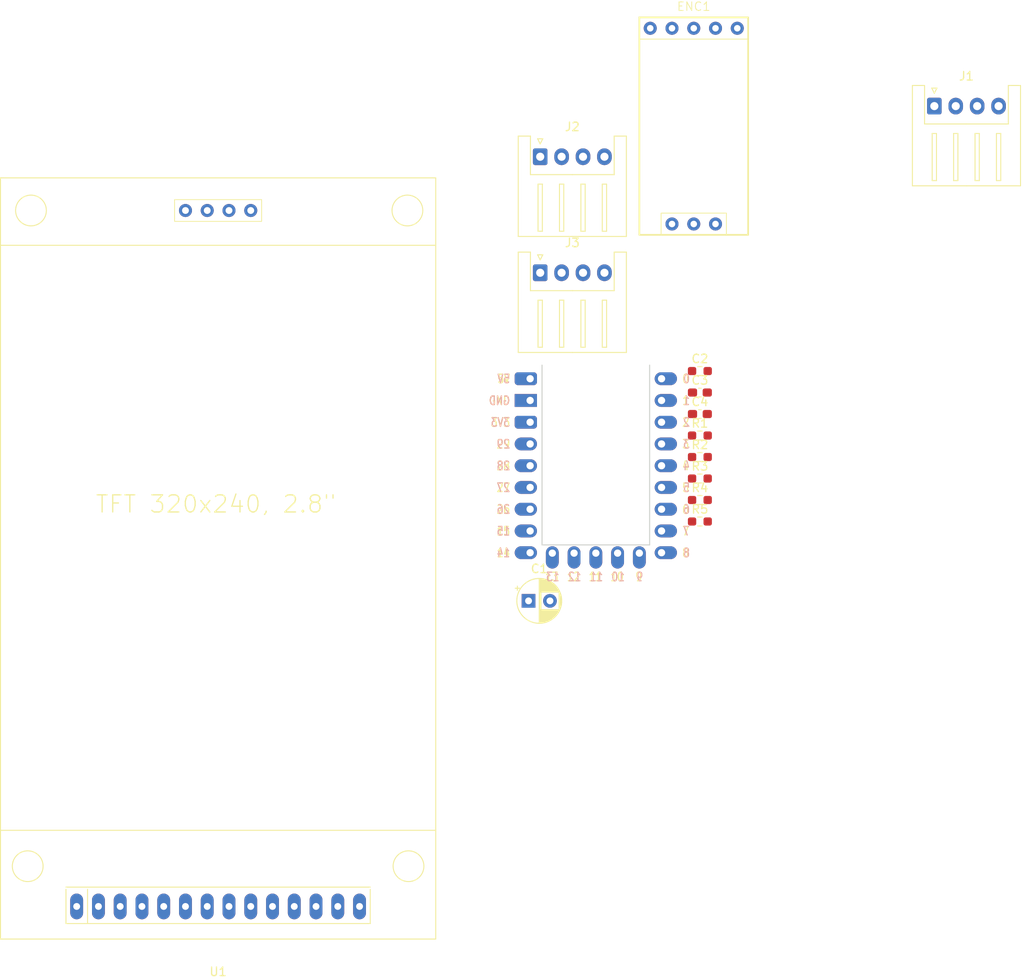
<source format=kicad_pcb>
(kicad_pcb (version 20221018) (generator pcbnew)
  (layers (0 "F.Cu" signal) (31 "B.Cu" signal) (34 "B.Paste" user) (35 "F.Paste" user) (36 "B.SilkS" user "B.Silkscreen") (37 "F.SilkS" user "F.Silkscreen") (38 "B.Mask" user) (39 "F.Mask" user) (44 "Edge.Cuts" user))
  (net 0 "")
  (net 1 "GND")
  (net 2 "+5V")
  (net 3 "/ENC_A")
  (net 4 "/ENC_B")
  (net 5 "Net-(ENC1-RED)")
  (net 6 "Net-(ENC1-GREEN)")
  (net 7 "/SW")
  (net 8 "Net-(ENC1-BLUE)")
  (net 9 "+3.3V")
  (net 10 "/RX")
  (net 11 "/TX")
  (net 12 "/neopi_in")
  (net 13 "Net-(J2-Pin_4)")
  (net 15 "/LED_R")
  (net 16 "/LED_G")
  (net 17 "/LED_B")
  (net 18 "/CS_TFT")
  (net 19 "/RESET")
  (net 20 "/D{slash}C")
  (net 21 "/MOSI")
  (net 22 "/SCK")
  (net 23 "/MISO")
  (net 24 "/CS_Touch")
  (net 26 "/CS_SD")
  (footprint "Resistor_SMD:R_0603_1608Metric_Pad0.98x0.95mm_HandSolder" (layer "F.Cu") (at 107.0375 73.526)
    (fp_text reference "R1" (at 0 -1.43) (layer "F.SilkS"))
    (fp_text value "R_Small")
    (fp_line (start -0.254724 -0.5225) (end 0.254724 -0.5225) (stroke (width 0.12)) (layer "F.SilkS"))
    (fp_line (start -0.254724 0.5225) (end 0.254724 0.5225) (stroke (width 0.12)) (layer "F.SilkS"))
    (pad "1" smd roundrect (at -0.9125 0) (size 0.975 0.95) (layers "F.Cu" "F.Paste" "F.Mask") (net 15 "/LED_R"))
    (pad "2" smd roundrect (at 0.9125 0) (size 0.975 0.95) (layers "F.Cu" "F.Paste" "F.Mask") (net 5 "Net-(ENC1-RED)"))
  )
  (footprint "isw-kbd:RP2040-Zero-THT" (layer "F.Cu") (at 94.8925 77.051)
    (fp_text reference "U2" hide)
    (fp_text value "RP2040-Zero" hide)
    (fp_text user "2" (at 11.06 -4.47825 unlocked) (layer "B.SilkS") (effects (font (size 1 0.8)) (justify left bottom mirror)))
    (fp_text user "27" (at -9.931905 3.14175 unlocked) (layer "B.SilkS") (effects (font (size 1 0.8)) (justify left bottom mirror)))
    (fp_text user "5V" (at -9.931905 -9.55825 unlocked) (layer "B.SilkS") (effects (font (size 1 0.8)) (justify left bottom mirror)))
    (fp_text user "14" (at -9.931905 10.76175 unlocked) (layer "B.SilkS") (effects (font (size 1 0.8)) (justify left bottom mirror)))
    (fp_text user "15" (at -9.931905 8.22175 unlocked) (layer "B.SilkS") (effects (font (size 1 0.8)) (justify left bottom mirror)))
    (fp_text user "28" (at -9.931905 0.60175 unlocked) (layer "B.SilkS") (effects (font (size 1 0.8)) (justify left bottom mirror)))
    (fp_text user "9" (at 5.605953 13.5635 unlocked) (layer "B.SilkS") (effects (font (size 1 0.8)) (justify left bottom mirror)))
    (fp_text user "13" (at -4.173095 13.5635 unlocked) (layer "B.SilkS") (effects (font (size 1 0.8)) (justify left bottom mirror)))
    (fp_text user "26" (at -9.931905 5.68175 unlocked) (layer "B.SilkS") (effects (font (size 1 0.8)) (justify left bottom mirror)))
    (fp_text user "3V3" (at -9.931905 -4.47825 unlocked) (layer "B.SilkS") (effects (font (size 1 0.8)) (justify left bottom mirror)))
    (fp_text user "10" (at 3.46 13.5635 unlocked) (layer "B.SilkS") (effects (font (size 1 0.8)) (justify left bottom mirror)))
    (fp_text user "1" (at 11.06 -7.01825 unlocked) (layer "B.SilkS") (effects (font (size 1 0.8)) (justify left bottom mirror)))
    (fp_text user "11" (at 0.92 13.5635 unlocked) (layer "B.SilkS") (effects (font (size 1 0.8)) (justify left bottom mirror)))
    (fp_text user "8" (at 11.06 10.76175 unlocked) (layer "B.SilkS") (effects (font (size 1 0.8)) (justify left bottom mirror)))
    (fp_text user "29" (at -9.931905 -1.93825 unlocked) (layer "B.SilkS") (effects (font (size 1 0.8)) (justify left bottom mirror)))
    (fp_text user "GND" (at -9.931905 -7.01825 unlocked) (layer "B.SilkS") (effects (font (size 1 0.8)) (justify left bottom mirror)))
    (fp_text user "12" (at -1.62 13.5635 unlocked) (layer "B.SilkS") (effects (font (size 1 0.8)) (justify left bottom mirror)))
    (fp_text user "6" (at 11.06 5.68175 unlocked) (layer "B.SilkS") (effects (font (size 1 0.8)) (justify left bottom mirror)))
    (fp_text user "0" (at 11.06 -9.55825 unlocked) (layer "B.SilkS") (effects (font (size 1 0.8)) (justify left bottom mirror)))
    (fp_text user "7" (at 11.06 8.22175 unlocked) (layer "B.SilkS") (effects (font (size 1 0.8)) (justify left bottom mirror)))
    (fp_text user "5" (at 11.06 3.14175 unlocked) (layer "B.SilkS") (effects (font (size 1 0.8)) (justify left bottom mirror)))
    (fp_text user "3" (at 11.06 -1.93825 unlocked) (layer "B.SilkS") (effects (font (size 1 0.8)) (justify left bottom mirror)))
    (fp_text user "4" (at 11.06 0.60175 unlocked) (layer "B.SilkS") (effects (font (size 1 0.8)) (justify left bottom mirror)))
    (fp_text user "1" (at 10.008095 -7.01825 unlocked) (layer "F.SilkS") (effects (font (size 1 0.8)) (justify left bottom)))
    (fp_text user "3" (at 10.008095 -1.93825 unlocked) (layer "F.SilkS") (effects (font (size 1 0.8)) (justify left bottom)))
    (fp_text user "0" (at 10.008095 -9.55825 unlocked) (layer "F.SilkS") (effects (font (size 1 0.8)) (justify left bottom)))
    (fp_text user "11" (at -0.92 13.5635 unlocked) (layer "F.SilkS") (effects (font (size 1 0.8)) (justify left bottom)))
    (fp_text user "29" (at -9.931905 -1.93825 unlocked) (layer "F.SilkS") (effects (font (size 1 0.8)) (justify right bottom)))
    (fp_text user "5V" (at -9.931905 -9.55825 unlocked) (layer "F.SilkS") (effects (font (size 1 0.8)) (justify right bottom)))
    (fp_text user "27" (at -9.931905 3.14175 unlocked) (layer "F.SilkS") (effects (font (size 1 0.8)) (justify right bottom)))
    (fp_text user "12" (at -3.46 13.5635 unlocked) (layer "F.SilkS") (effects (font (size 1 0.8)) (justify left bottom)))
    (fp_text user "28" (at -9.931905 0.60175 unlocked) (layer "F.SilkS") (effects (font (size 1 0.8)) (justify right bottom)))
    (fp_text user "10" (at 1.62 13.5635 unlocked) (layer "F.SilkS") (effects (font (size 1 0.8)) (justify left bottom)))
    (fp_text user "9" (at 4.540953 13.5635 unlocked) (layer "F.SilkS") (effects (font (size 1 0.8)) (justify left bottom)))
    (fp_text user "GND" (at -9.931905 -7.01825 unlocked) (layer "F.SilkS") (effects (font (size 1 0.8)) (justify right bottom)))
    (fp_text user "7" (at 10.008095 8.22175 unlocked) (layer "F.SilkS") (effects (font (size 1 0.8)) (justify left bottom)))
    (fp_text user "6" (at 10.008095 5.68175 unlocked) (layer "F.SilkS") (effects (font (size 1 0.8)) (justify left bottom)))
    (fp_text user "8" (at 10.008095 10.76175 unlocked) (layer "F.SilkS") (effects (font (size 1 0.8)) (justify left bottom)))
    (fp_text user "14" (at -9.931905 10.76175 unlocked) (layer "F.SilkS") (effects (font (size 1 0.8)) (justify right bottom)))
    (fp_text user "13" (at -6 13.5635 unlocked) (layer "F.SilkS") (effects (font (size 1 0.8)) (justify left bottom)))
    (fp_text user "15" (at -9.931905 8.22175 unlocked) (layer "F.SilkS") (effects (font (size 1 0.8)) (justify right bottom)))
    (fp_text user "2" (at 10.008095 -4.47825 unlocked) (layer "F.SilkS") (effects (font (size 1 0.8)) (justify left bottom)))
    (fp_text user "3V3" (at -9.931905 -4.47825 unlocked) (layer "F.SilkS") (effects (font (size 1 0.8)) (justify right bottom)))
    (fp_text user "26" (at -9.931905 5.68175 unlocked) (layer "F.SilkS") (effects (font (size 1 0.8)) (justify right bottom)))
    (fp_text user "5" (at 10.008095 3.14175 unlocked) (layer "F.SilkS") (effects (font (size 1 0.8)) (justify left bottom)))
    (fp_text user "4" (at 10.008095 0.60175 unlocked) (layer "F.SilkS") (effects (font (size 1 0.8)) (justify left bottom)))
    (fp_line (start -6.28 -11.75) (end -6.28 9.25) (stroke (width 0.12)) (layer "Edge.Cuts"))
    (fp_line (start -6.28 9.25) (end 6.28 9.25) (stroke (width 0.12)) (layer "Edge.Cuts"))
    (fp_line (start 6.28 9.25) (end 6.28 -11.75) (stroke (width 0.12)) (layer "Edge.Cuts"))
    (pad "0" thru_hole oval (at 7.67 -10.16 180) (size 2.6 1.5) (drill 0.85 (offset -0.5 0)) (layers "*.Cu" "*.Mask") (net 11 "/TX"))
    (pad "1" thru_hole oval (at 7.67 -7.62 180) (size 2.6 1.5) (drill 0.85 (offset -0.5 0)) (layers "*.Cu" "*.Mask") (net 10 "/RX"))
    (pad "2" thru_hole oval (at 7.67 -5.08 180) (size 2.6 1.5) (drill 0.85 (offset -0.5 0)) (layers "*.Cu" "*.Mask") (net 22 "/SCK"))
    (pad "3" thru_hole oval (at 7.67 -2.54 180) (size 2.6 1.5) (drill 0.85 (offset -0.5 0)) (layers "*.Cu" "*.Mask") (net 21 "/MOSI"))
    (pad "4" thru_hole oval (at 7.67 0 180) (size 2.6 1.5) (drill 0.85 (offset -0.5 0)) (layers "*.Cu" "*.Mask") (net 23 "/MISO"))
    (pad "5" thru_hole oval (at 7.67 2.54 180) (size 2.6 1.5) (drill 0.85 (offset -0.5 0)) (layers "*.Cu" "*.Mask") (net 18 "/CS_TFT"))
    (pad "6" thru_hole oval (at 7.67 5.08 180) (size 2.6 1.5) (drill 0.85 (offset -0.5 0)) (layers "*.Cu" "*.Mask") (net 19 "/RESET"))
    (pad "7" thru_hole oval (at 7.67 7.62 180) (size 2.6 1.5) (drill 0.85 (offset -0.5 0)) (layers "*.Cu" "*.Mask") (net 20 "/D{slash}C"))
    (pad "8" thru_hole oval (at 7.67 10.16 180) (size 2.6 1.5) (drill 0.85 (offset -0.5 0)) (layers "*.Cu" "*.Mask") (net 26 "/CS_SD"))
    (pad "9" thru_hole oval (at 5.08 10.21 90) (size 2.6 1.5) (drill 0.85 (offset -0.5 0)) (layers "*.Cu" "*.Mask") (net 24 "/CS_Touch"))
    (pad "10" thru_hole oval (at 2.54 10.21 90) (size 2.6 1.5) (drill 0.85 (offset -0.5 0)) (layers "*.Cu" "*.Mask") (net 15 "/LED_R"))
    (pad "11" thru_hole oval (at 0 10.21 90) (size 2.6 1.5) (drill 0.85 (offset -0.5 0)) (layers "*.Cu" "*.Mask") (net 16 "/LED_G"))
    (pad "12" thru_hole oval (at -2.54 10.21 90) (size 2.6 1.5) (drill 0.85 (offset -0.5 0)) (layers "*.Cu" "*.Mask") (net 17 "/LED_B"))
    (pad "13" thru_hole oval (at -5.08 10.21 90) (size 2.6 1.5) (drill 0.85 (offset -0.5 0)) (layers "*.Cu" "*.Mask") (net 7 "/SW"))
    (pad "14" thru_hole oval (at -7.67 10.16) (size 2.6 1.5) (drill 0.85 (offset -0.5 0)) (layers "*.Cu" "*.Mask") (net 3 "/ENC_A"))
    (pad "15" thru_hole oval (at -7.67 7.62) (size 2.6 1.5) (drill 0.85 (offset -0.5 0)) (layers "*.Cu" "*.Mask") (net 4 "/ENC_B"))
    (pad "26" thru_hole oval (at -7.67 5.08) (size 2.6 1.5) (drill 0.85 (offset -0.5 0)) (layers "*.Cu" "*.Mask") (net 12 "/neopi_in"))
    (pad "27" thru_hole oval (at -7.67 2.54) (size 2.6 1.5) (drill 0.85 (offset -0.5 0)) (layers "*.Cu" "*.Mask"))
    (pad "28" thru_hole oval (at -7.67 0) (size 2.6 1.5) (drill 0.85 (offset -0.5 0)) (layers "*.Cu" "*.Mask"))
    (pad "29" thru_hole oval (at -7.67 -2.54) (size 2.6 1.5) (drill 0.85 (offset -0.5 0)) (layers "*.Cu" "*.Mask"))
    (pad "30" thru_hole roundrect (at -7.67 -5.08) (size 2.6 1.5) (drill 0.85 (offset -0.5 0)) (layers "*.Cu" "*.Mask") (net 9 "+3.3V"))
    (pad "31" thru_hole rect (at -7.67 -7.62) (size 2.6 1.5) (drill 0.85 (offset -0.5 0)) (layers "*.Cu" "*.Mask") (net 1 "GND"))
    (pad "32" thru_hole roundrect (at -7.67 -10.16) (size 2.6 1.5) (drill 0.85 (offset -0.5 0)) (layers "*.Cu" "*.Mask") (net 2 "+5V"))
  )
  (footprint "Resistor_SMD:R_0603_1608Metric_Pad0.98x0.95mm_HandSolder" (layer "F.Cu") (at 107.0375 65.996)
    (fp_text reference "C2" (at 0 -1.43) (layer "F.SilkS"))
    (fp_text value "10u")
    (fp_line (start -0.254724 -0.5225) (end 0.254724 -0.5225) (stroke (width 0.12)) (layer "F.SilkS"))
    (fp_line (start -0.254724 0.5225) (end 0.254724 0.5225) (stroke (width 0.12)) (layer "F.SilkS"))
    (pad "1" smd roundrect (at -0.9125 0) (size 0.975 0.95) (layers "F.Cu" "F.Paste" "F.Mask") (net 1 "GND"))
    (pad "2" smd roundrect (at 0.9125 0) (size 0.975 0.95) (layers "F.Cu" "F.Paste" "F.Mask") (net 2 "+5V"))
  )
  (footprint "Capacitor_THT:CP_Radial_D5.0mm_P2.50mm" (layer "F.Cu") (at 87.037275 92.836)
    (fp_text reference "C1" (at 1.25 -3.75) (layer "F.SilkS"))
    (fp_text value "100u")
    (fp_line (start -1.554775 -1.475) (end -1.054775 -1.475) (stroke (width 0.12)) (layer "F.SilkS"))
    (fp_line (start -1.304775 -1.725) (end -1.304775 -1.225) (stroke (width 0.12)) (layer "F.SilkS"))
    (fp_line (start 1.25 -2.58) (end 1.25 2.58) (stroke (width 0.12)) (layer "F.SilkS"))
    (fp_line (start 1.29 -2.58) (end 1.29 2.58) (stroke (width 0.12)) (layer "F.SilkS"))
    (fp_line (start 1.33 -2.579) (end 1.33 2.579) (stroke (width 0.12)) (layer "F.SilkS"))
    (fp_line (start 1.37 -2.578) (end 1.37 2.578) (stroke (width 0.12)) (layer "F.SilkS"))
    (fp_line (start 1.41 -2.576) (end 1.41 2.576) (stroke (width 0.12)) (layer "F.SilkS"))
    (fp_line (start 1.45 -2.573) (end 1.45 2.573) (stroke (width 0.12)) (layer "F.SilkS"))
    (fp_line (start 1.49 -2.569) (end 1.49 -1.04) (stroke (width 0.12)) (layer "F.SilkS"))
    (fp_line (start 1.49 1.04) (end 1.49 2.569) (stroke (width 0.12)) (layer "F.SilkS"))
    (fp_line (start 1.53 -2.565) (end 1.53 -1.04) (stroke (width 0.12)) (layer "F.SilkS"))
    (fp_line (start 1.53 1.04) (end 1.53 2.565) (stroke (width 0.12)) (layer "F.SilkS"))
    (fp_line (start 1.57 -2.561) (end 1.57 -1.04) (stroke (width 0.12)) (layer "F.SilkS"))
    (fp_line (start 1.57 1.04) (end 1.57 2.561) (stroke (width 0.12)) (layer "F.SilkS"))
    (fp_line (start 1.61 -2.556) (end 1.61 -1.04) (stroke (width 0.12)) (layer "F.SilkS"))
    (fp_line (start 1.61 1.04) (end 1.61 2.556) (stroke (width 0.12)) (layer "F.SilkS"))
    (fp_line (start 1.65 -2.55) (end 1.65 -1.04) (stroke (width 0.12)) (layer "F.SilkS"))
    (fp_line (start 1.65 1.04) (end 1.65 2.55) (stroke (width 0.12)) (layer "F.SilkS"))
    (fp_line (start 1.69 -2.543) (end 1.69 -1.04) (stroke (width 0.12)) (layer "F.SilkS"))
    (fp_line (start 1.69 1.04) (end 1.69 2.543) (stroke (width 0.12)) (layer "F.SilkS"))
    (fp_line (start 1.73 -2.536) (end 1.73 -1.04) (stroke (width 0.12)) (layer "F.SilkS"))
    (fp_line (start 1.73 1.04) (end 1.73 2.536) (stroke (width 0.12)) (layer "F.SilkS"))
    (fp_line (start 1.77 -2.528) (end 1.77 -1.04) (stroke (width 0.12)) (layer "F.SilkS"))
    (fp_line (start 1.77 1.04) (end 1.77 2.528) (stroke (width 0.12)) (layer "F.SilkS"))
    (fp_line (start 1.81 -2.52) (end 1.81 -1.04) (stroke (width 0.12)) (layer "F.SilkS"))
    (fp_line (start 1.81 1.04) (end 1.81 2.52) (stroke (width 0.12)) (layer "F.SilkS"))
    (fp_line (start 1.85 -2.511) (end 1.85 -1.04) (stroke (width 0.12)) (layer "F.SilkS"))
    (fp_line (start 1.85 1.04) (end 1.85 2.511) (stroke (width 0.12)) (layer "F.SilkS"))
    (fp_line (start 1.89 -2.501) (end 1.89 -1.04) (stroke (width 0.12)) (layer "F.SilkS"))
    (fp_line (start 1.89 1.04) (end 1.89 2.501) (stroke (width 0.12)) (layer "F.SilkS"))
    (fp_line (start 1.93 -2.491) (end 1.93 -1.04) (stroke (width 0.12)) (layer "F.SilkS"))
    (fp_line (start 1.93 1.04) (end 1.93 2.491) (stroke (width 0.12)) (layer "F.SilkS"))
    (fp_line (start 1.971 -2.48) (end 1.971 -1.04) (stroke (width 0.12)) (layer "F.SilkS"))
    (fp_line (start 1.971 1.04) (end 1.971 2.48) (stroke (width 0.12)) (layer "F.SilkS"))
    (fp_line (start 2.011 -2.468) (end 2.011 -1.04) (stroke (width 0.12)) (layer "F.SilkS"))
    (fp_line (start 2.011 1.04) (end 2.011 2.468) (stroke (width 0.12)) (layer "F.SilkS"))
    (fp_line (start 2.051 -2.455) (end 2.051 -1.04) (stroke (width 0.12)) (layer "F.SilkS"))
    (fp_line (start 2.051 1.04) (end 2.051 2.455) (stroke (width 0.12)) (layer "F.SilkS"))
    (fp_line (start 2.091 -2.442) (end 2.091 -1.04) (stroke (width 0.12)) (layer "F.SilkS"))
    (fp_line (start 2.091 1.04) (end 2.091 2.442) (stroke (width 0.12)) (layer "F.SilkS"))
    (fp_line (start 2.131 -2.428) (end 2.131 -1.04) (stroke (width 0.12)) (layer "F.SilkS"))
    (fp_line (start 2.131 1.04) (end 2.131 2.428) (stroke (width 0.12)) (layer "F.SilkS"))
    (fp_line (start 2.171 -2.414) (end 2.171 -1.04) (stroke (width 0.12)) (layer "F.SilkS"))
    (fp_line (start 2.171 1.04) (end 2.171 2.414) (stroke (width 0.12)) (layer "F.SilkS"))
    (fp_line (start 2.211 -2.398) (end 2.211 -1.04) (stroke (width 0.12)) (layer "F.SilkS"))
    (fp_line (start 2.211 1.04) (end 2.211 2.398) (stroke (width 0.12)) (layer "F.SilkS"))
    (fp_line (start 2.251 -2.382) (end 2.251 -1.04) (stroke (width 0.12)) (layer "F.SilkS"))
    (fp_line (start 2.251 1.04) (end 2.251 2.382) (stroke (width 0.12)) (layer "F.SilkS"))
    (fp_line (start 2.291 -2.365) (end 2.291 -1.04) (stroke (width 0.12)) (layer "F.SilkS"))
    (fp_line (start 2.291 1.04) (end 2.291 2.365) (stroke (width 0.12)) (layer "F.SilkS"))
    (fp_line (start 2.331 -2.348) (end 2.331 -1.04) (stroke (width 0.12)) (layer "F.SilkS"))
    (fp_line (start 2.331 1.04) (end 2.331 2.348) (stroke (width 0.12)) (layer "F.SilkS"))
    (fp_line (start 2.371 -2.329) (end 2.371 -1.04) (stroke (width 0.12)) (layer "F.SilkS"))
    (fp_line (start 2.371 1.04) (end 2.371 2.329) (stroke (width 0.12)) (layer "F.SilkS"))
    (fp_line (start 2.411 -2.31) (end 2.411 -1.04) (stroke (width 0.12)) (layer "F.SilkS"))
    (fp_line (start 2.411 1.04) (end 2.411 2.31) (stroke (width 0.12)) (layer "F.SilkS"))
    (fp_line (start 2.451 -2.29) (end 2.451 -1.04) (stroke (width 0.12)) (layer "F.SilkS"))
    (fp_line (start 2.451 1.04) (end 2.451 2.29) (stroke (width 0.12)) (layer "F.SilkS"))
    (fp_line (start 2.491 -2.268) (end 2.491 -1.04) (stroke (width 0.12)) (layer "F.SilkS"))
    (fp_line (start 2.491 1.04) (end 2.491 2.268) (stroke (width 0.12)) (layer "F.SilkS"))
    (fp_line (start 2.531 -2.247) (end 2.531 -1.04) (stroke (width 0.12)) (layer "F.SilkS"))
    (fp_line (start 2.531 1.04) (end 2.531 2.247) (stroke (width 0.12)) (layer "F.SilkS"))
    (fp_line (start 2.571 -2.224) (end 2.571 -1.04) (stroke (width 0.12)) (layer "F.SilkS"))
    (fp_line (start 2.571 1.04) (end 2.571 2.224) (stroke (width 0.12)) (layer "F.SilkS"))
    (fp_line (start 2.611 -2.2) (end 2.611 -1.04) (stroke (width 0.12)) (layer "F.SilkS"))
    (fp_line (start 2.611 1.04) (end 2.611 2.2) (stroke (width 0.12)) (layer "F.SilkS"))
    (fp_line (start 2.651 -2.175) (end 2.651 -1.04) (stroke (width 0.12)) (layer "F.SilkS"))
    (fp_line (start 2.651 1.04) (end 2.651 2.175) (stroke (width 0.12)) (layer "F.SilkS"))
    (fp_line (start 2.691 -2.149) (end 2.691 -1.04) (stroke (width 0.12)) (layer "F.SilkS"))
    (fp_line (start 2.691 1.04) (end 2.691 2.149) (stroke (width 0.12)) (layer "F.SilkS"))
    (fp_line (start 2.731 -2.122) (end 2.731 -1.04) (stroke (width 0.12)) (layer "F.SilkS"))
    (fp_line (start 2.731 1.04) (end 2.731 2.122) (stroke (width 0.12)) (layer "F.SilkS"))
    (fp_line (start 2.771 -2.095) (end 2.771 -1.04) (stroke (width 0.12)) (layer "F.SilkS"))
    (fp_line (start 2.771 1.04) (end 2.771 2.095) (stroke (width 0.12)) (layer "F.SilkS"))
    (fp_line (start 2.811 -2.065) (end 2.811 -1.04) (stroke (width 0.12)) (layer "F.SilkS"))
    (fp_line (start 2.811 1.04) (end 2.811 2.065) (stroke (width 0.12)) (layer "F.SilkS"))
    (fp_line (start 2.851 -2.035) (end 2.851 -1.04) (stroke (width 0.12)) (layer "F.SilkS"))
    (fp_line (start 2.851 1.04) (end 2.851 2.035) (stroke (width 0.12)) (layer "F.SilkS"))
    (fp_line (start 2.891 -2.004) (end 2.891 -1.04) (stroke (width 0.12)) (layer "F.SilkS"))
    (fp_line (start 2.891 1.04) (end 2.891 2.004) (stroke (width 0.12)) (layer "F.SilkS"))
    (fp_line (start 2.931 -1.971) (end 2.931 -1.04) (stroke (width 0.12)) (layer "F.SilkS"))
    (fp_line (start 2.931 1.04) (end 2.931 1.971) (stroke (width 0.12)) (layer "F.SilkS"))
    (fp_line (start 2.971 -1.937) (end 2.971 -1.04) (stroke (width 0.12)) (layer "F.SilkS"))
    (fp_line (start 2.971 1.04) (end 2.971 1.937) (stroke (width 0.12)) (layer "F.SilkS"))
    (fp_line (start 3.011 -1.901) (end 3.011 -1.04) (stroke (width 0.12)) (layer "F.SilkS"))
    (fp_line (start 3.011 1.04) (end 3.011 1.901) (stroke (width 0.12)) (layer "F.SilkS"))
    (fp_line (start 3.051 -1.864) (end 3.051 -1.04) (stroke (width 0.12)) (layer "F.SilkS"))
    (fp_line (start 3.051 1.04) (end 3.051 1.864) (stroke (width 0.12)) (layer "F.SilkS"))
    (fp_line (start 3.091 -1.826) (end 3.091 -1.04) (stroke (width 0.12)) (layer "F.SilkS"))
    (fp_line (start 3.091 1.04) (end 3.091 1.826) (stroke (width 0.12)) (layer "F.SilkS"))
    (fp_line (start 3.131 -1.785) (end 3.131 -1.04) (stroke (width 0.12)) (layer "F.SilkS"))
    (fp_line (start 3.131 1.04) (end 3.131 1.785) (stroke (width 0.12)) (layer "F.SilkS"))
    (fp_line (start 3.171 -1.743) (end 3.171 -1.04) (stroke (width 0.12)) (layer "F.SilkS"))
    (fp_line (start 3.171 1.04) (end 3.171 1.743) (stroke (width 0.12)) (layer "F.SilkS"))
    (fp_line (start 3.211 -1.699) (end 3.211 -1.04) (stroke (width 0.12)) (layer "F.SilkS"))
    (fp_line (start 3.211 1.04) (end 3.211 1.699) (stroke (width 0.12)) (layer "F.SilkS"))
    (fp_line (start 3.251 -1.653) (end 3.251 -1.04) (stroke (width 0.12)) (layer "F.SilkS"))
    (fp_line (start 3.251 1.04) (end 3.251 1.653) (stroke (width 0.12)) (layer "F.SilkS"))
    (fp_line (start 3.291 -1.605) (end 3.291 -1.04) (stroke (width 0.12)) (layer "F.SilkS"))
    (fp_line (start 3.291 1.04) (end 3.291 1.605) (stroke (width 0.12)) (layer "F.SilkS"))
    (fp_line (start 3.331 -1.554) (end 3.331 -1.04) (stroke (width 0.12)) (layer "F.SilkS"))
    (fp_line (start 3.331 1.04) (end 3.331 1.554) (stroke (width 0.12)) (layer "F.SilkS"))
    (fp_line (start 3.371 -1.5) (end 3.371 -1.04) (stroke (width 0.12)) (layer "F.SilkS"))
    (fp_line (start 3.371 1.04) (end 3.371 1.5) (stroke (width 0.12)) (layer "F.SilkS"))
    (fp_line (start 3.411 -1.443) (end 3.411 -1.04) (stroke (width 0.12)) (layer "F.SilkS"))
    (fp_line (start 3.411 1.04) (end 3.411 1.443) (stroke (width 0.12)) (layer "F.SilkS"))
    (fp_line (start 3.451 -1.383) (end 3.451 -1.04) (stroke (width 0.12)) (layer "F.SilkS"))
    (fp_line (start 3.451 1.04) (end 3.451 1.383) (stroke (width 0.12)) (layer "F.SilkS"))
    (fp_line (start 3.491 -1.319) (end 3.491 -1.04) (stroke (width 0.12)) (layer "F.SilkS"))
    (fp_line (start 3.491 1.04) (end 3.491 1.319) (stroke (width 0.12)) (layer "F.SilkS"))
    (fp_line (start 3.531 -1.251) (end 3.531 -1.04) (stroke (width 0.12)) (layer "F.SilkS"))
    (fp_line (start 3.531 1.04) (end 3.531 1.251) (stroke (width 0.12)) (layer "F.SilkS"))
    (fp_line (start 3.571 -1.178) (end 3.571 1.178) (stroke (width 0.12)) (layer "F.SilkS"))
    (fp_line (start 3.611 -1.098) (end 3.611 1.098) (stroke (width 0.12)) (layer "F.SilkS"))
    (fp_line (start 3.651 -1.011) (end 3.651 1.011) (stroke (width 0.12)) (layer "F.SilkS"))
    (fp_line (start 3.691 -0.915) (end 3.691 0.915) (stroke (width 0.12)) (layer "F.SilkS"))
    (fp_line (start 3.731 -0.805) (end 3.731 0.805) (stroke (width 0.12)) (layer "F.SilkS"))
    (fp_line (start 3.771 -0.677) (end 3.771 0.677) (stroke (width 0.12)) (layer "F.SilkS"))
    (fp_line (start 3.811 -0.518) (end 3.811 0.518) (stroke (width 0.12)) (layer "F.SilkS"))
    (fp_line (start 3.851 -0.284) (end 3.851 0.284) (stroke (width 0.12)) (layer "F.SilkS"))
    (fp_circle (center 1.25 0) (end 3.87 0) (stroke (width 0.12)) (fill none) (layer "F.SilkS"))
    (pad "1" thru_hole rect (at 0 0) (size 1.6 1.6) (drill 0.8) (layers "*.Cu" "*.Mask") (net 1 "GND"))
    (pad "2" thru_hole circle (at 2.5 0) (size 1.6 1.6) (drill 0.8) (layers "*.Cu" "*.Mask") (net 2 "+5V"))
  )
  (footprint "Resistor_SMD:R_0603_1608Metric_Pad0.98x0.95mm_HandSolder" (layer "F.Cu") (at 107.0375 76.036)
    (fp_text reference "R2" (at 0 -1.43) (layer "F.SilkS"))
    (fp_text value "R_Small")
    (fp_line (start -0.254724 -0.5225) (end 0.254724 -0.5225) (stroke (width 0.12)) (layer "F.SilkS"))
    (fp_line (start -0.254724 0.5225) (end 0.254724 0.5225) (stroke (width 0.12)) (layer "F.SilkS"))
    (pad "1" smd roundrect (at -0.9125 0) (size 0.975 0.95) (layers "F.Cu" "F.Paste" "F.Mask") (net 16 "/LED_G"))
    (pad "2" smd roundrect (at 0.9125 0) (size 0.975 0.95) (layers "F.Cu" "F.Paste" "F.Mask") (net 6 "Net-(ENC1-GREEN)"))
  )
  (footprint "Connector_JST:JST_XH_S4B-XH-A_1x04_P2.50mm_Horizontal" (layer "F.Cu") (at 88.3975 54.516)
    (fp_text reference "J3" (at 3.75 -3.5) (layer "F.SilkS"))
    (fp_text value "Conn_01x04")
    (fp_line (start -2.56 -2.41) (end -1.14 -2.41) (stroke (width 0.12)) (layer "F.SilkS"))
    (fp_line (start -2.56 9.31) (end -2.56 -2.41) (stroke (width 0.12)) (layer "F.SilkS"))
    (fp_line (start -1.14 -2.41) (end -1.14 2.09) (stroke (width 0.12)) (layer "F.SilkS"))
    (fp_line (start -1.14 2.09) (end 3.75 2.09) (stroke (width 0.12)) (layer "F.SilkS"))
    (fp_line (start -0.3 -2.1) (end 0.3 -2.1) (stroke (width 0.12)) (layer "F.SilkS"))
    (fp_line (start -0.25 3.2) (end -0.25 8.7) (stroke (width 0.12)) (layer "F.SilkS"))
    (fp_line (start -0.25 8.7) (end 0.25 8.7) (stroke (width 0.12)) (layer "F.SilkS"))
    (fp_line (start 0 -1.5) (end -0.3 -2.1) (stroke (width 0.12)) (layer "F.SilkS"))
    (fp_line (start 0.25 3.2) (end -0.25 3.2) (stroke (width 0.12)) (layer "F.SilkS"))
    (fp_line (start 0.25 8.7) (end 0.25 3.2) (stroke (width 0.12)) (layer "F.SilkS"))
    (fp_line (start 0.3 -2.1) (end 0 -1.5) (stroke (width 0.12)) (layer "F.SilkS"))
    (fp_line (start 2.25 3.2) (end 2.25 8.7) (stroke (width 0.12)) (layer "F.SilkS"))
    (fp_line (start 2.25 8.7) (end 2.75 8.7) (stroke (width 0.12)) (layer "F.SilkS"))
    (fp_line (start 2.75 3.2) (end 2.25 3.2) (stroke (width 0.12)) (layer "F.SilkS"))
    (fp_line (start 2.75 8.7) (end 2.75 3.2) (stroke (width 0.12)) (layer "F.SilkS"))
    (fp_line (start 3.75 9.31) (end -2.56 9.31) (stroke (width 0.12)) (layer "F.SilkS"))
    (fp_line (start 3.75 9.31) (end 10.06 9.31) (stroke (width 0.12)) (layer "F.SilkS"))
    (fp_line (start 4.75 3.2) (end 4.75 8.7) (stroke (width 0.12)) (layer "F.SilkS"))
    (fp_line (start 4.75 8.7) (end 5.25 8.7) (stroke (width 0.12)) (layer "F.SilkS"))
    (fp_line (start 5.25 3.2) (end 4.75 3.2) (stroke (width 0.12)) (layer "F.SilkS"))
    (fp_line (start 5.25 8.7) (end 5.25 3.2) (stroke (width 0.12)) (layer "F.SilkS"))
    (fp_line (start 7.25 3.2) (end 7.25 8.7) (stroke (width 0.12)) (layer "F.SilkS"))
    (fp_line (start 7.25 8.7) (end 7.75 8.7) (stroke (width 0.12)) (layer "F.SilkS"))
    (fp_line (start 7.75 3.2) (end 7.25 3.2) (stroke (width 0.12)) (layer "F.SilkS"))
    (fp_line (start 7.75 8.7) (end 7.75 3.2) (stroke (width 0.12)) (layer "F.SilkS"))
    (fp_line (start 8.64 -2.41) (end 8.64 2.09) (stroke (width 0.12)) (layer "F.SilkS"))
    (fp_line (start 8.64 2.09) (end 3.75 2.09) (stroke (width 0.12)) (layer "F.SilkS"))
    (fp_line (start 10.06 -2.41) (end 8.64 -2.41) (stroke (width 0.12)) (layer "F.SilkS"))
    (fp_line (start 10.06 9.31) (end 10.06 -2.41) (stroke (width 0.12)) (layer "F.SilkS"))
    (pad "1" thru_hole roundrect (at 0 0) (size 1.7 1.95) (drill 0.95) (layers "*.Cu" "*.Mask") (roundrect_rratio 0.147059) (net 1 "GND"))
    (pad "2" thru_hole oval (at 2.5 0) (size 1.7 1.95) (drill 0.95) (layers "*.Cu" "*.Mask") (net 2 "+5V"))
    (pad "3" thru_hole oval (at 5 0) (size 1.7 1.95) (drill 0.95) (layers "*.Cu" "*.Mask") (net 13 "Net-(J2-Pin_4)"))
    (pad "4" thru_hole oval (at 7.5 0) (size 1.7 1.95) (drill 0.95) (layers "*.Cu" "*.Mask"))
  )
  (footprint "Resistor_SMD:R_0603_1608Metric_Pad0.98x0.95mm_HandSolder" (layer "F.Cu") (at 107.0375 78.546)
    (fp_text reference "R3" (at 0 -1.43) (layer "F.SilkS"))
    (fp_text value "R_Small")
    (fp_line (start -0.254724 -0.5225) (end 0.254724 -0.5225) (stroke (width 0.12)) (layer "F.SilkS"))
    (fp_line (start -0.254724 0.5225) (end 0.254724 0.5225) (stroke (width 0.12)) (layer "F.SilkS"))
    (pad "1" smd roundrect (at -0.9125 0) (size 0.975 0.95) (layers "F.Cu" "F.Paste" "F.Mask") (net 17 "/LED_B"))
    (pad "2" smd roundrect (at 0.9125 0) (size 0.975 0.95) (layers "F.Cu" "F.Paste" "F.Mask") (net 8 "Net-(ENC1-BLUE)"))
  )
  (footprint "Capacitor_SMD:C_0603_1608Metric_Pad1.08x0.95mm_HandSolder" (layer "F.Cu") (at 107.0375 71.016)
    (fp_text reference "C4" (at 0 -1.43) (layer "F.SilkS"))
    (fp_text value "1000p")
    (fp_line (start -0.146267 -0.51) (end 0.146267 -0.51) (stroke (width 0.12)) (layer "F.SilkS"))
    (fp_line (start -0.146267 0.51) (end 0.146267 0.51) (stroke (width 0.12)) (layer "F.SilkS"))
    (pad "1" smd roundrect (at -0.8625 0) (size 1.075 0.95) (layers "F.Cu" "F.Paste" "F.Mask") (net 1 "GND"))
    (pad "2" smd roundrect (at 0.8625 0) (size 1.075 0.95) (layers "F.Cu" "F.Paste" "F.Mask") (net 4 "/ENC_B"))
  )
  (footprint "Connector_JST:JST_XH_S4B-XH-A_1x04_P2.50mm_Horizontal" (layer "F.Cu") (at 88.3975 40.966)
    (fp_text reference "J2" (at 3.75 -3.5) (layer "F.SilkS"))
    (fp_text value "Conn_01x04")
    (fp_line (start -2.56 -2.41) (end -1.14 -2.41) (stroke (width 0.12)) (layer "F.SilkS"))
    (fp_line (start -2.56 9.31) (end -2.56 -2.41) (stroke (width 0.12)) (layer "F.SilkS"))
    (fp_line (start -1.14 -2.41) (end -1.14 2.09) (stroke (width 0.12)) (layer "F.SilkS"))
    (fp_line (start -1.14 2.09) (end 3.75 2.09) (stroke (width 0.12)) (layer "F.SilkS"))
    (fp_line (start -0.3 -2.1) (end 0.3 -2.1) (stroke (width 0.12)) (layer "F.SilkS"))
    (fp_line (start -0.25 3.2) (end -0.25 8.7) (stroke (width 0.12)) (layer "F.SilkS"))
    (fp_line (start -0.25 8.7) (end 0.25 8.7) (stroke (width 0.12)) (layer "F.SilkS"))
    (fp_line (start 0 -1.5) (end -0.3 -2.1) (stroke (width 0.12)) (layer "F.SilkS"))
    (fp_line (start 0.25 3.2) (end -0.25 3.2) (stroke (width 0.12)) (layer "F.SilkS"))
    (fp_line (start 0.25 8.7) (end 0.25 3.2) (stroke (width 0.12)) (layer "F.SilkS"))
    (fp_line (start 0.3 -2.1) (end 0 -1.5) (stroke (width 0.12)) (layer "F.SilkS"))
    (fp_line (start 2.25 3.2) (end 2.25 8.7) (stroke (width 0.12)) (layer "F.SilkS"))
    (fp_line (start 2.25 8.7) (end 2.75 8.7) (stroke (width 0.12)) (layer "F.SilkS"))
    (fp_line (start 2.75 3.2) (end 2.25 3.2) (stroke (width 0.12)) (layer "F.SilkS"))
    (fp_line (start 2.75 8.7) (end 2.75 3.2) (stroke (width 0.12)) (layer "F.SilkS"))
    (fp_line (start 3.75 9.31) (end -2.56 9.31) (stroke (width 0.12)) (layer "F.SilkS"))
    (fp_line (start 3.75 9.31) (end 10.06 9.31) (stroke (width 0.12)) (layer "F.SilkS"))
    (fp_line (start 4.75 3.2) (end 4.75 8.7) (stroke (width 0.12)) (layer "F.SilkS"))
    (fp_line (start 4.75 8.7) (end 5.25 8.7) (stroke (width 0.12)) (layer "F.SilkS"))
    (fp_line (start 5.25 3.2) (end 4.75 3.2) (stroke (width 0.12)) (layer "F.SilkS"))
    (fp_line (start 5.25 8.7) (end 5.25 3.2) (stroke (width 0.12)) (layer "F.SilkS"))
    (fp_line (start 7.25 3.2) (end 7.25 8.7) (stroke (width 0.12)) (layer "F.SilkS"))
    (fp_line (start 7.25 8.7) (end 7.75 8.7) (stroke (width 0.12)) (layer "F.SilkS"))
    (fp_line (start 7.75 3.2) (end 7.25 3.2) (stroke (width 0.12)) (layer "F.SilkS"))
    (fp_line (start 7.75 8.7) (end 7.75 3.2) (stroke (width 0.12)) (layer "F.SilkS"))
    (fp_line (start 8.64 -2.41) (end 8.64 2.09) (stroke (width 0.12)) (layer "F.SilkS"))
    (fp_line (start 8.64 2.09) (end 3.75 2.09) (stroke (width 0.12)) (layer "F.SilkS"))
    (fp_line (start 10.06 -2.41) (end 8.64 -2.41) (stroke (width 0.12)) (layer "F.SilkS"))
    (fp_line (start 10.06 9.31) (end 10.06 -2.41) (stroke (width 0.12)) (layer "F.SilkS"))
    (pad "1" thru_hole roundrect (at 0 0) (size 1.7 1.95) (drill 0.95) (layers "*.Cu" "*.Mask") (roundrect_rratio 0.147059) (net 1 "GND"))
    (pad "2" thru_hole oval (at 2.5 0) (size 1.7 1.95) (drill 0.95) (layers "*.Cu" "*.Mask") (net 2 "+5V"))
    (pad "3" thru_hole oval (at 5 0) (size 1.7 1.95) (drill 0.95) (layers "*.Cu" "*.Mask") (net 12 "/neopi_in"))
    (pad "4" thru_hole oval (at 7.5 0) (size 1.7 1.95) (drill 0.95) (layers "*.Cu" "*.Mask") (net 13 "Net-(J2-Pin_4)"))
  )
  (footprint "lil9301:TFT-320x240" (layer "F.Cu") (at 50.8 128.524)
    (fp_text reference "U1" (at 0 7.62) (layer "F.SilkS"))
    (fp_text value "TFT_320x240")
    (fp_text user "TFT 320x240, 2.8\"" (at -0.254 -46.99) (layer "F.SilkS") (effects (font (size 2 2))))
    (fp_line (start -25.4 -85.09) (end -25.4 3.81) (stroke (width 0.12)) (layer "F.SilkS"))
    (fp_line (start -25.4 -77.216) (end 25.4 -77.216) (stroke (width 0.12)) (layer "F.SilkS"))
    (fp_line (start -25.4 -8.89) (end 25.4 -8.89) (stroke (width 0.12)) (layer "F.SilkS"))
    (fp_line (start -25.4 3.81) (end 25.4 3.81) (stroke (width 0.12)) (layer "F.SilkS"))
    (fp_line (start -17.76 -2.254) (end 17.76 -2.254) (stroke (width 0.12)) (layer "F.SilkS"))
    (fp_line (start -17.76 2) (end -17.76 -2) (stroke (width 0.12)) (layer "F.SilkS"))
    (fp_line (start -15.24 -2) (end -15.24 2) (stroke (width 0.12)) (layer "F.SilkS"))
    (fp_line (start 17.76 -2) (end 17.76 2) (stroke (width 0.12)) (layer "F.SilkS"))
    (fp_line (start 17.76 2) (end -17.76 2) (stroke (width 0.12)) (layer "F.SilkS"))
    (fp_line (start 25.4 -85.09) (end -25.4 -85.09) (stroke (width 0.12)) (layer "F.SilkS"))
    (fp_line (start 25.4 3.81) (end 25.4 -85.09) (stroke (width 0.12)) (layer "F.SilkS"))
    (fp_rect (start -5.08 -82.55) (end 5.08 -80.01) (stroke (width 0.1)) (fill none) (layer "F.SilkS"))
    (fp_circle (center -22.225 -4.699) (end -23.495 -3.429) (stroke (width 0.12)) (fill none) (layer "F.SilkS"))
    (fp_circle (center -21.844 -81.28) (end -23.114 -82.55) (stroke (width 0.12)) (fill none) (layer "F.SilkS"))
    (fp_circle (center 22.098 -81.28) (end 20.828 -80.01) (stroke (width 0.12)) (fill none) (layer "F.SilkS"))
    (fp_circle (center 22.225 -4.699) (end 20.955 -3.429) (stroke (width 0.12)) (fill none) (layer "F.SilkS"))
    (pad "1" thru_hole oval (at -16.51 0) (size 1.5 3) (drill 0.8) (layers "*.Cu" "*.Mask") (net 2 "+5V"))
    (pad "2" thru_hole oval (at -13.97 0) (size 1.5 3) (drill 0.8) (layers "*.Cu" "*.Mask") (net 1 "GND"))
    (pad "3" thru_hole oval (at -11.43 0) (size 1.5 3) (drill 0.8) (layers "*.Cu" "*.Mask") (net 18 "/CS_TFT"))
    (pad "4" thru_hole oval (at -8.89 0) (size 1.5 3) (drill 0.8) (layers "*.Cu" "*.Mask") (net 19 "/RESET"))
    (pad "5" thru_hole oval (at -6.35 0) (size 1.5 3) (drill 0.8) (layers "*.Cu" "*.Mask") (net 20 "/D{slash}C"))
    (pad "6" thru_hole oval (at -3.81 0) (size 1.5 3) (drill 0.8) (layers "*.Cu" "*.Mask") (net 21 "/MOSI"))
    (pad "7" thru_hole oval (at -1.27 0) (size 1.5 3) (drill 0.8) (layers "*.Cu" "*.Mask") (net 22 "/SCK"))
    (pad "8" thru_hole oval (at 1.27 0) (size 1.5 3) (drill 0.8) (layers "*.Cu" "*.Mask") (net 9 "+3.3V"))
    (pad "9" thru_hole oval (at 3.81 0) (size 1.5 3) (drill 0.8) (layers "*.Cu" "*.Mask") (net 23 "/MISO"))
    (pad "10" thru_hole oval (at 6.35 0) (size 1.5 3) (drill 0.8) (layers "*.Cu" "*.Mask") (net 22 "/SCK"))
    (pad "11" thru_hole oval (at 8.89 0) (size 1.5 3) (drill 0.8) (layers "*.Cu" "*.Mask") (net 24 "/CS_Touch"))
    (pad "12" thru_hole oval (at 11.43 0) (size 1.5 3) (drill 0.8) (layers "*.Cu" "*.Mask") (net 21 "/MOSI"))
    (pad "13" thru_hole oval (at 13.97 0) (size 1.5 3) (drill 0.8) (layers "*.Cu" "*.Mask") (net 23 "/MISO"))
    (pad "14" thru_hole oval (at 16.51 0) (size 1.5 3) (drill 0.8) (layers "*.Cu" "*.Mask"))
    (pad "15" thru_hole circle (at -3.81 -81.28) (size 1.524 1.524) (drill 0.8) (layers "*.Cu" "*.Mask") (net 26 "/CS_SD"))
    (pad "16" thru_hole circle (at -1.27 -81.28) (size 1.524 1.524) (drill 0.8) (layers "*.Cu" "*.Mask") (net 21 "/MOSI"))
    (pad "17" thru_hole circle (at 1.27 -81.28) (size 1.524 1.524) (drill 0.8) (layers "*.Cu" "*.Mask") (net 23 "/MISO"))
    (pad "18" thru_hole circle (at 3.81 -81.28) (size 1.524 1.524) (drill 0.8) (layers "*.Cu" "*.Mask") (net 22 "/SCK"))
  )
  (footprint "Capacitor_SMD:C_0603_1608Metric_Pad1.08x0.95mm_HandSolder" (layer "F.Cu") (at 107.0375 68.506)
    (fp_text reference "C3" (at 0 -1.43) (layer "F.SilkS"))
    (fp_text value "1000p")
    (fp_line (start -0.146267 -0.51) (end 0.146267 -0.51) (stroke (width 0.12)) (layer "F.SilkS"))
    (fp_line (start -0.146267 0.51) (end 0.146267 0.51) (stroke (width 0.12)) (layer "F.SilkS"))
    (pad "1" smd roundrect (at -0.8625 0) (size 1.075 0.95) (layers "F.Cu" "F.Paste" "F.Mask") (net 1 "GND"))
    (pad "2" smd roundrect (at 0.8625 0) (size 1.075 0.95) (layers "F.Cu" "F.Paste" "F.Mask") (net 3 "/ENC_A"))
  )
  (footprint "Connector_JST:JST_XH_S4B-XH-A_1x04_P2.50mm_Horizontal" (layer "F.Cu") (at 134.406 35.052)
    (fp_text reference "J1" (at 3.75 -3.5) (layer "F.SilkS"))
    (fp_text value "Conn_01x04")
    (fp_line (start -2.56 -2.41) (end -1.14 -2.41) (stroke (width 0.12)) (layer "F.SilkS"))
    (fp_line (start -2.56 9.31) (end -2.56 -2.41) (stroke (width 0.12)) (layer "F.SilkS"))
    (fp_line (start -1.14 -2.41) (end -1.14 2.09) (stroke (width 0.12)) (layer "F.SilkS"))
    (fp_line (start -1.14 2.09) (end 3.75 2.09) (stroke (width 0.12)) (layer "F.SilkS"))
    (fp_line (start -0.3 -2.1) (end 0.3 -2.1) (stroke (width 0.12)) (layer "F.SilkS"))
    (fp_line (start -0.25 3.2) (end -0.25 8.7) (stroke (width 0.12)) (layer "F.SilkS"))
    (fp_line (start -0.25 8.7) (end 0.25 8.7) (stroke (width 0.12)) (layer "F.SilkS"))
    (fp_line (start 0 -1.5) (end -0.3 -2.1) (stroke (width 0.12)) (layer "F.SilkS"))
    (fp_line (start 0.25 3.2) (end -0.25 3.2) (stroke (width 0.12)) (layer "F.SilkS"))
    (fp_line (start 0.25 8.7) (end 0.25 3.2) (stroke (width 0.12)) (layer "F.SilkS"))
    (fp_line (start 0.3 -2.1) (end 0 -1.5) (stroke (width 0.12)) (layer "F.SilkS"))
    (fp_line (start 2.25 3.2) (end 2.25 8.7) (stroke (width 0.12)) (layer "F.SilkS"))
    (fp_line (start 2.25 8.7) (end 2.75 8.7) (stroke (width 0.12)) (layer "F.SilkS"))
    (fp_line (start 2.75 3.2) (end 2.25 3.2) (stroke (width 0.12)) (layer "F.SilkS"))
    (fp_line (start 2.75 8.7) (end 2.75 3.2) (stroke (width 0.12)) (layer "F.SilkS"))
    (fp_line (start 3.75 9.31) (end -2.56 9.31) (stroke (width 0.12)) (layer "F.SilkS"))
    (fp_line (start 3.75 9.31) (end 10.06 9.31) (stroke (width 0.12)) (layer "F.SilkS"))
    (fp_line (start 4.75 3.2) (end 4.75 8.7) (stroke (width 0.12)) (layer "F.SilkS"))
    (fp_line (start 4.75 8.7) (end 5.25 8.7) (stroke (width 0.12)) (layer "F.SilkS"))
    (fp_line (start 5.25 3.2) (end 4.75 3.2) (stroke (width 0.12)) (layer "F.SilkS"))
    (fp_line (start 5.25 8.7) (end 5.25 3.2) (stroke (width 0.12)) (layer "F.SilkS"))
    (fp_line (start 7.25 3.2) (end 7.25 8.7) (stroke (width 0.12)) (layer "F.SilkS"))
    (fp_line (start 7.25 8.7) (end 7.75 8.7) (stroke (width 0.12)) (layer "F.SilkS"))
    (fp_line (start 7.75 3.2) (end 7.25 3.2) (stroke (width 0.12)) (layer "F.SilkS"))
    (fp_line (start 7.75 8.7) (end 7.75 3.2) (stroke (width 0.12)) (layer "F.SilkS"))
    (fp_line (start 8.64 -2.41) (end 8.64 2.09) (stroke (width 0.12)) (layer "F.SilkS"))
    (fp_line (start 8.64 2.09) (end 3.75 2.09) (stroke (width 0.12)) (layer "F.SilkS"))
    (fp_line (start 10.06 -2.41) (end 8.64 -2.41) (stroke (width 0.12)) (layer "F.SilkS"))
    (fp_line (start 10.06 9.31) (end 10.06 -2.41) (stroke (width 0.12)) (layer "F.SilkS"))
    (pad "1" thru_hole roundrect (at 0 0) (size 1.7 1.95) (drill 0.95) (layers "*.Cu" "*.Mask") (roundrect_rratio 0.147059) (net 1 "GND"))
    (pad "2" thru_hole oval (at 2.5 0) (size 1.7 1.95) (drill 0.95) (layers "*.Cu" "*.Mask") (net 2 "+5V"))
    (pad "3" thru_hole oval (at 5 0) (size 1.7 1.95) (drill 0.95) (layers "*.Cu" "*.Mask") (net 10 "/RX"))
    (pad "4" thru_hole oval (at 7.5 0) (size 1.7 1.95) (drill 0.95) (layers "*.Cu" "*.Mask") (net 11 "/TX"))
  )
  (footprint "Resistor_SMD:R_0603_1608Metric_Pad0.98x0.95mm_HandSolder" (layer "F.Cu") (at 107.0375 81.056)
    (fp_text reference "R4" (at 0 -1.43) (layer "F.SilkS"))
    (fp_text value "10k")
    (fp_line (start -0.254724 -0.5225) (end 0.254724 -0.5225) (stroke (width 0.12)) (layer "F.SilkS"))
    (fp_line (start -0.254724 0.5225) (end 0.254724 0.5225) (stroke (width 0.12)) (layer "F.SilkS"))
    (pad "1" smd roundrect (at -0.9125 0) (size 0.975 0.95) (layers "F.Cu" "F.Paste" "F.Mask") (net 3 "/ENC_A"))
    (pad "2" smd roundrect (at 0.9125 0) (size 0.975 0.95) (layers "F.Cu" "F.Paste" "F.Mask") (net 9 "+3.3V"))
  )
  (footprint "Potentiometer_LED:EC12PLRGBSDVBF_DIP" (layer "F.Cu") (at 106.3225 48.821)
    (fp_text reference "ENC1" (at 0 -25.4 unlocked) (layer "F.SilkS") (effects (font (thickness 0.1))))
    (fp_text value "~")
    (fp_rect (start -6.35 -24.13) (end 6.35 -21.59) (stroke (width 0.1)) (fill none) (layer "F.SilkS"))
    (fp_rect (start -6.35 -24.13) (end 6.35 1.27) (stroke (width 0.2)) (fill none) (layer "F.SilkS"))
    (fp_rect (start -3.81 -1.27) (end 3.81 1.27) (stroke (width 0.1)) (fill none) (layer "F.SilkS"))
    (pad "1" thru_hole circle (at -5.08 -22.86) (size 1.524 1.524) (drill 0.762) (layers "*.Cu" "*.Mask") (net 5 "Net-(ENC1-RED)"))
    (pad "2" thru_hole circle (at -2.54 -22.86) (size 1.524 1.524) (drill 0.762) (layers "*.Cu" "*.Mask") (net 6 "Net-(ENC1-GREEN)"))
    (pad "3" thru_hole circle (at 0 -22.86) (size 1.524 1.524) (drill 0.762) (layers "*.Cu" "*.Mask") (net 7 "/SW"))
    (pad "4" thru_hole circle (at 2.54 -22.86) (size 1.524 1.524) (drill 0.762) (layers "*.Cu" "*.Mask") (net 8 "Net-(ENC1-BLUE)"))
    (pad "5" thru_hole circle (at 5.08 -22.86) (size 1.524 1.524) (drill 0.762) (layers "*.Cu" "*.Mask") (net 9 "+3.3V"))
    (pad "6" thru_hole circle (at -2.54 0) (size 1.524 1.524) (drill 0.762) (layers "*.Cu" "*.Mask") (net 3 "/ENC_A"))
    (pad "7" thru_hole circle (at 2.54 0) (size 1.524 1.524) (drill 0.762) (layers "*.Cu" "*.Mask") (net 4 "/ENC_B"))
    (pad "8" thru_hole circle (at 0 0) (size 1.524 1.524) (drill 0.762) (layers "*.Cu" "*.Mask") (net 1 "GND"))
  )
  (footprint "Resistor_SMD:R_0603_1608Metric_Pad0.98x0.95mm_HandSolder" (layer "F.Cu") (at 107.0375 83.566)
    (fp_text reference "R5" (at 0 -1.43) (layer "F.SilkS"))
    (fp_text value "10k")
    (fp_line (start -0.254724 -0.5225) (end 0.254724 -0.5225) (stroke (width 0.12)) (layer "F.SilkS"))
    (fp_line (start -0.254724 0.5225) (end 0.254724 0.5225) (stroke (width 0.12)) (layer "F.SilkS"))
    (pad "1" smd roundrect (at -0.9125 0) (size 0.975 0.95) (layers "F.Cu" "F.Paste" "F.Mask") (net 4 "/ENC_B"))
    (pad "2" smd roundrect (at 0.9125 0) (size 0.975 0.95) (layers "F.Cu" "F.Paste" "F.Mask") (net 9 "+3.3V"))
  )
)
</source>
